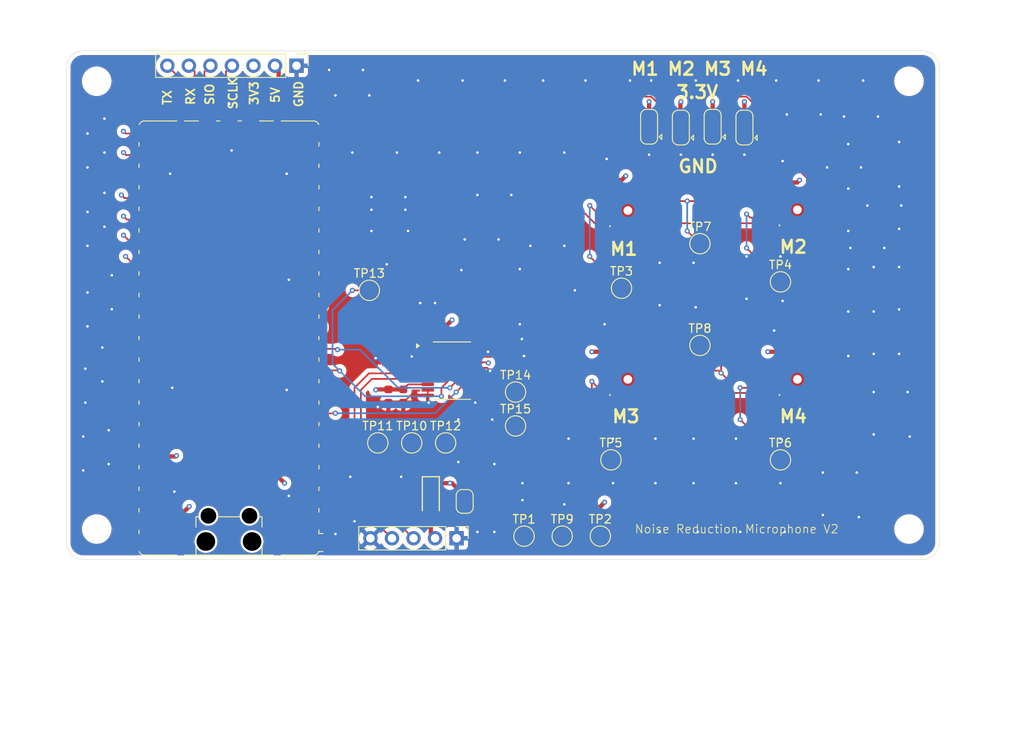
<source format=kicad_pcb>
(kicad_pcb (version 20241229) (generator "pcbnew") (generator_version "9.0")
  (layers (0 "F.Cu" signal) (4 "In1.Cu" signal) (6 "In2.Cu" signal) (2 "B.Cu" signal) (13 "F.Paste" user) (15 "B.Paste" user) (5 "F.SilkS" user "F.Silkscreen") (7 "B.SilkS" user "B.Silkscreen") (1 "F.Mask" user) (3 "B.Mask" user) (25 "Edge.Cuts" user))
  (net 0 "")
  (net 1 "AUDIO_R")
  (net 2 "AUDIO_GND")
  (net 3 "Net-(U1-LDOO)")
  (net 4 "Net-(U1-CAPM)")
  (net 5 "Net-(U1-CAPP)")
  (net 6 "Net-(U1-VNEG)")
  (net 7 "AUDIO_L")
  (net 8 "+3.3V")
  (net 9 "BCLK")
  (net 10 "MIC1_DOUT")
  (net 11 "WS")
  (net 12 "MIC2_DOUT")
  (net 13 "MIC3_DOUT")
  (net 14 "MIC4_DOUT")
  (net 15 "Net-(U1-OUTL)")
  (net 16 "Net-(U1-OUTR)")
  (net 17 "DAC_DIN")
  (net 18 "CLK1")
  (net 19 "CLK2")
  (net 20 "5V_Input")
  (net 40 "Net-(J1-Pin_2)")
  (net 41 "Net-(IC1-SELECT)")
  (net 42 "Net-(IC4-SELECT)")
  (net 43 "UART0_RX")
  (net 44 "UART0_TX")
  (net 45 "SWCLK")
  (net 46 "SWDIO")
  (net 47 "Net-(IC3-SELECT)")
  (net 48 "Net-(IC2-SELECT)")
  (footprint "Connector_PinHeader_2.54mm:PinHeader_1x07_P2.54mm_Vertical" (layer "F.Cu") (at 98.16 75.75 -90)
    (property "Reference" "J2" (hide yes))
    (property "Value" "Debug Header" (hide yes))
  )
  (footprint "PCM_JLCPCB:C_0603" (layer "F.Cu") (at 155.25 88.72 90)
    (property "Reference" "C15" (hide yes))
    (property "Value" "100nF" (hide yes))
  )
  (footprint "Samacsys:MMICT390200012" (layer "F.Cu") (at 156.54 112.75)
    (property "Reference" "IC4" (hide yes))
    (property "Value" "MMICT3902-00-012" (hide yes))
  )
  (footprint "TestPoint:TestPoint_Pad_D2.0mm" (layer "F.Cu") (at 111.75 120.25)
    (property "Reference" "TP10")
    (property "Value" "AUDIO_R" (hide yes))
  )
  (footprint "TestPoint:TestPoint_Pad_D2.0mm" (layer "F.Cu") (at 125 131.25)
    (property "Reference" "TP1")
    (property "Value" "5V" (hide yes))
  )
  (footprint "PCM_JLCPCB:C_0603" (layer "F.Cu") (at 110.75 114.72 -90)
    (property "Reference" "C3" (hide yes))
    (property "Value" "10uF" (hide yes))
  )
  (footprint "PCM_JLCPCB:C_0603" (layer "F.Cu") (at 114.5 105.75 90)
    (property "Reference" "C4" (hide yes))
    (property "Value" "100nF" (hide yes))
  )
  (footprint "PCM_JLCPCB:R_0603" (layer "F.Cu") (at 109 126.18 -90)
    (property "Reference" "R2" (hide yes))
    (property "Value" "470Ω" (hide yes))
  )
  (footprint "PCM_JLCPCB:C_0603" (layer "F.Cu") (at 109.75 108.22 -90)
    (property "Reference" "C8" (hide yes))
    (property "Value" "2.2uF" (hide yes))
  )
  (footprint "PCM_JLCPCB:C_0603" (layer "F.Cu") (at 135 88.47 90)
    (property "Reference" "C14" (hide yes))
    (property "Value" "100nF" (hide yes))
  )
  (footprint "Connector_PinHeader_2.54mm:PinHeader_1x05_P2.54mm_Vertical" (layer "F.Cu") (at 117.04 131.5 -90)
    (property "Reference" "J1" (hide yes))
    (property "Value" "Power/Audio" (hide yes))
  )
  (footprint "TestPoint:TestPoint_Pad_D2.0mm" (layer "F.Cu") (at 134 131.25)
    (property "Reference" "TP2")
    (property "Value" "3V" (hide yes))
  )
  (footprint "Jumper:SolderJumper-3_P1.3mm_Open_RoundedPad1.0x1.5mm" (layer "F.Cu") (at 151 83.05 90)
    (property "Reference" "JP5" (hide yes))
    (property "Value" "MIC4 Select" (hide yes))
  )
  (footprint "Module:RaspberryPi_Pico_SMD_HandSolder" (layer "F.Cu") (at 90.19 107.88 180)
    (property "Reference" "A1" (hide yes))
    (property "Value" "RaspberryPi_Pico" (hide yes))
  )
  (footprint "Samacsys:MMICT390200012" (layer "F.Cu") (at 136.542 92.837)
    (property "Reference" "IC1" (hide yes))
    (property "Value" "MMICT3902-00-012" (hide yes))
  )
  (footprint "TestPoint:TestPoint_Pad_D2.0mm" (layer "F.Cu") (at 145.75 96.75)
    (property "Reference" "TP7")
    (property "Value" "CLK1" (hide yes))
  )
  (footprint "MountingHole:MountingHole_3mm" (layer "F.Cu") (at 74.585786 130.414213)
    (property "Reference" "H2" (hide yes))
    (property "Value" "MountingHole" (hide yes))
  )
  (footprint "TestPoint:TestPoint_Pad_D2.0mm" (layer "F.Cu") (at 145.75 108.75)
    (property "Reference" "TP8")
    (property "Value" "CLK2" (hide yes))
  )
  (footprint "TestPoint:TestPoint_Pad_D2.0mm" (layer "F.Cu") (at 115.75 120.25)
    (property "Reference" "TP12")
    (property "Value" "AUDIO_GND" (hide yes))
  )
  (footprint "PCM_JLCPCB:C_0603" (layer "F.Cu") (at 112.75 105.75 90)
    (property "Reference" "C1" (hide yes))
    (property "Value" "10uF" (hide yes))
  )
  (footprint "TestPoint:TestPoint_Pad_D2.0mm" (layer "F.Cu") (at 135.25 122.25)
    (property "Reference" "TP5")
    (property "Value" "MIC3_OUT" (hide yes))
  )
  (footprint "Package_SO:TSSOP-20_4.4x6.5mm_P0.65mm" (layer "F.Cu") (at 116.5 111.725)
    (property "Reference" "U1" (hide yes))
    (property "Value" "PCM5101A" (hide yes))
  )
  (footprint "Samacsys:MMICT390200012" (layer "F.Cu") (at 136.54 112.75)
    (property "Reference" "IC3" (hide yes))
    (property "Value" "MMICT3902-00-012" (hide yes))
  )
  (footprint "PCM_JLCPCB:C_0603" (layer "F.Cu") (at 122.75 106.25)
    (property "Reference" "C2" (hide yes))
    (property "Value" "10uF" (hide yes))
  )
  (footprint "PCM_JLCPCB:C_0603" (layer "F.Cu") (at 109 114.72 -90)
    (property "Reference" "C6" (hide yes))
    (property "Value" "100nF" (hide yes))
  )
  (footprint "PCM_JLCPCB:C_0603" (layer "F.Cu") (at 111 126.22 90)
    (property "Reference" "C11" (hide yes))
    (property "Value" "2.2nF" (hide yes))
  )
  (footprint "TestPoint:TestPoint_Pad_D2.0mm" (layer "F.Cu") (at 107.75 120.25)
    (property "Reference" "TP11")
    (property "Value" "AUDIO_L" (hide yes))
  )
  (footprint "PCM_JLCPCB:C_0603" (layer "F.Cu") (at 122.53 127)
    (property "Reference" "C12" (hide yes))
    (property "Value" "10uF" (hide yes))
  )
  (footprint "PCM_JLCPCB:C_0603" (layer "F.Cu") (at 122.53 125)
    (property "Reference" "C13" (hide yes))
    (property "Value" "100nF" (hide yes))
  )
  (footprint "MountingHole:MountingHole_3mm" (layer "F.Cu") (at 74.585786 77.585787)
    (property "Reference" "H4" (hide yes))
    (property "Value" "MountingHole" (hide yes))
  )
  (footprint "MountingHole:MountingHole_3mm" (layer "F.Cu") (at 170.414214 77.585787)
    (property "Reference" "H1" (hide yes))
    (property "Value" "MountingHole" (hide yes))
  )
  (footprint "TestPoint:TestPoint_Pad_D2.0mm" (layer "F.Cu") (at 129.5 131.25)
    (property "Reference" "TP9")
    (property "Value" "GND" (hide yes))
  )
  (footprint "Jumper:SolderJumper-3_P1.3mm_Open_RoundedPad1.0x1.5mm" (layer "F.Cu") (at 139.75 82.95 90)
    (property "Reference" "JP2" (hide yes))
    (property "Value" "MIC4 Select" (hide yes))
  )
  (footprint "PCM_JLCPCB:C_0603" (layer "F.Cu") (at 135 108.72 90)
    (property "Reference" "C16" (hide yes))
    (property "Value" "100nF" (hide yes))
  )
  (footprint "TestPoint:TestPoint_Pad_D2.0mm" (layer "F.Cu") (at 136.5 102)
    (property "Reference" "TP3")
    (property "Value" "MIC1_OUT" (hide yes))
  )
  (footprint "Jumper:SolderJumper-3_P1.3mm_Open_RoundedPad1.0x1.5mm" (layer "F.Cu") (at 147.25 82.95 90)
    (property "Reference" "JP4" (hide yes))
    (property "Value" "MIC4 Select" (hide yes))
  )
  (footprint "Jumper:SolderJumper-3_P1.3mm_Open_RoundedPad1.0x1.5mm" (layer "F.Cu") (at 143.5 83.05 90)
    (property "Reference" "JP3" (hide yes))
    (property "Value" "MIC4 Select" (hide yes))
  )
  (footprint "TestPoint:TestPoint_Pad_D2.0mm" (layer "F.Cu") (at 106.75 102.25)
    (property "Reference" "TP13")
    (property "Value" "WS" (hide yes))
  )
  (footprint "PCM_JLCPCB:C_0603" (layer "F.Cu") (at 105 126.22 -90)
    (property "Reference" "C10" (hide yes))
    (property "Value" "2.2nF" (hide yes))
  )
  (footprint "TestPoint:TestPoint_Pad_D2.0mm" (layer "F.Cu") (at 155.25 101.25)
    (property "Reference" "TP4")
    (property "Value" "MIC2_OUT" (hide yes))
  )
  (footprint "PCM_JLCPCB:C_0603" (layer "F.Cu") (at 155.25 108.53 90)
    (property "Reference" "C17" (hide yes))
    (property "Value" "100nF" (hide yes))
  )
  (footprint "PCM_JLCPCB:R_0603" (layer "F.Cu") (at 107 126.18 -90)
    (property "Reference" "R1" (hide yes))
    (property "Value" "470Ω" (hide yes))
  )
  (footprint "PCM_JLCPCB:D_SOD-123" (layer "F.Cu") (at 114 126.6 -90)
    (property "Reference" "D1" (hide yes))
    (property "Value" "B0530W" (hide yes))
  )
  (footprint "TestPoint:TestPoint_Pad_D2.0mm" (layer "F.Cu") (at 124 118.25)
    (property "Reference" "TP15")
    (property "Value" "BCLK" (hide yes))
  )
  (footprint "MountingHole:MountingHole_3mm" (layer "F.Cu") (at 170.414214 130.414214)
    (property "Reference" "H3" (hide yes))
    (property "Value" "MountingHole" (hide yes))
  )
  (footprint "PCM_JLCPCB:C_0603" (layer "F.Cu") (at 122.75 108)
    (property "Reference" "C5" (hide yes))
    (property "Value" "100nF" (hide yes))
  )
  (footprint "PCM_JLCPCB:C_0603" (layer "F.Cu") (at 122.75 110)
    (property "Reference" "C9" (hide yes))
    (property "Value" "100nF" (hide yes))
  )
  (footprint "TestPoint:TestPoint_Pad_D2.0mm" (layer "F.Cu") (at 155.25 122.25)
    (property "Reference" "TP6")
    (property "Value" "MIC4_OUT" (hide yes))
  )
  (footprint "Jumper:SolderJumper-2_P1.3mm_Open_RoundedPad1.0x1.5mm" (layer "F.Cu") (at 118 127.15 90)
    (property "Reference" "JP1" (hide yes))
    (property "Value" "Diode Bypass" (hide yes))
  )
  (footprint "Samacsys:MMICT390200012" (layer "F.Cu") (at 156.54 92.75)
    (property "Reference" "IC2" (hide yes))
    (property "Value" "MMICT3902-00-012" (hide yes))
  )
  (footprint "PCM_JLCPCB:C_0603" (layer "F.Cu") (at 109.47 110.75 180)
    (property "Reference" "C7" (hide yes))
    (property "Value" "2.2uF" (hide yes))
  )
  (footprint "TestPoint:TestPoint_Pad_D2.0mm" (layer "F.Cu") (at 124 114.25)
    (property "Reference" "TP14")
    (property "Value" "DAC_DIN" (hide yes))
  )
  (gr_line (start 172 74) (end 73 74) (stroke (width 0.05)) (layer "Edge.Cuts"))
  (gr_arc (start 174 132) (mid 173.414214 133.414214) (end 172 134) (stroke (width 0.05)) (layer "Edge.Cuts"))
  (gr_line (start 71 76) (end 71 132) (stroke (width 0.05)) (layer "Edge.Cuts"))
  (gr_line (start 174 132) (end 174 76) (stroke (width 0.05)) (layer "Edge.Cuts"))
  (gr_arc (start 73 134) (mid 71.585786 133.414214) (end 71 132) (stroke (width 0.05)) (layer "Edge.Cuts"))
  (gr_line (start 73 134) (end 172 134) (stroke (width 0.05)) (layer "Edge.Cuts"))
  (gr_arc (start 172 74) (mid 173.414214 74.585786) (end 174 76) (stroke (width 0.05)) (layer "Edge.Cuts"))
  (gr_arc (start 71 76) (mid 71.585786 74.585786) (end 73 74) (stroke (width 0.05)) (layer "Edge.Cuts"))
  (gr_text "M2\n" (at 155 98 0) (layer "F.SilkS") (effects (font (size 1.5 1.5) (thickness 0.3) (bold yes)) (justify left bottom)))
  (gr_text "GND" (at 143.05 88.5 0) (layer "F.SilkS") (effects (font (size 1.5 1.5) (thickness 0.3) (bold yes)) (justify left bottom)))
  (gr_text "M1 M2 M3 M4" (at 137.5 77 0) (layer "F.SilkS") (effects (font (size 1.5 1.5) (thickness 0.3) (bold yes)) (justify left bottom)))
  (gr_text "GND\n" (at 99 80.75 90) (layer "F.SilkS") (effects (font (size 1 1) (thickness 0.2) (bold yes)) (justify left bottom)))
  (gr_text "Noise Reduction Microphone V2\n" (at 138 131 0) (layer "F.SilkS") (effects (font (size 1 1) (thickness 0.1)) (justify left bottom)))
  (gr_text "M1" (at 135 98.25 0) (layer "F.SilkS") (effects (font (size 1.5 1.5) (thickness 0.3) (bold yes)) (justify left bottom)))
  (gr_text "TX" (at 83.5 80.5 90) (layer "F.SilkS") (effects (font (size 1 1) (thickness 0.2) (bold yes)) (justify left bottom)))
  (gr_text "3V3" (at 93.75 80.5 90) (layer "F.SilkS") (effects (font (size 1 1) (thickness 0.2) (bold yes)) (justify left bottom)))
  (gr_text "5V" (at 96.25 80.25 90) (layer "F.SilkS") (effects (font (size 1 1) (thickness 0.2) (bold yes)) (justify left bottom)))
  (gr_text "M3" (at 135.25 118 0) (layer "F.SilkS") (effects (font (size 1.5 1.5) (thickness 0.3) (bold yes)) (justify left bottom)))
  (gr_text "SCLK\n" (at 91.25 81 90) (layer "F.SilkS") (effects (font (size 1 1) (thickness 0.2) (bold yes)) (justify left bottom)))
  (gr_text "M4" (at 155 118 0) (layer "F.SilkS") (effects (font (size 1.5 1.5) (thickness 0.3) (bold yes)) (justify left bottom)))
  (gr_text "SIO" (at 88.5 80.5 90) (layer "F.SilkS") (effects (font (size 1 1) (thickness 0.2) (bold yes)) (justify left bottom)))
  (gr_text "3.3V\n" (at 142.8 79.75 0) (layer "F.SilkS") (effects (font (size 1.5 1.5) (thickness 0.3) (bold yes)) (justify left bottom)))
  (gr_text "RX" (at 86.25 80.5 90) (layer "F.SilkS") (effects (font (size 1 1) (thickness 0.2) (bold yes)) (justify left bottom)))
  (segment (start 111 130.58) (end 111 127) (width 0.2) (layer "F.Cu") (net 1))
  (segment (start 111.75 120.25) (end 112.75 121.25) (width 0.2) (layer "F.Cu") (net 1))
  (segment (start 111.92 131.5) (end 111 130.58) (width 0.2) (layer "F.Cu") (net 1))
  (segment (start 111 127) (end 109 127) (width 0.2) (layer "F.Cu") (net 1))
  (segment (start 112.75 121.25) (end 112.75 125.25) (width 0.2) (layer "F.Cu") (net 1))
  (segment (start 112.75 125.25) (end 111 127) (width 0.2) (layer "F.Cu") (net 1))
  (segment (start 97.23 114.23) (end 97 114) (width 0.5) (layer "F.Cu") (net 2))
  (segment (start 109 115.5) (end 108.25 115.5) (width 0.5) (layer "F.Cu") (net 2))
  (segment (start 80.5 88.83) (end 82.92 88.83) (width 0.5) (layer "F.Cu") (net 2))
  (segment (start 155.25 107.94) (end 155.25 107.75) (width 0.5) (layer "F.Cu") (net 2))
  (segment (start 139.75 84.3) (end 139.75 86.25) (width 0.5) (layer "F.Cu") (net 2))
  (segment (start 111.6 114.65) (end 110.75 115.5) (width 0.2) (layer "F.Cu") (net 2))
  (segment (start 129.5 127.75) (end 129.75 127.5) (width 0.5) (layer "F.Cu") (net 2))
  (segment (start 90.19 85.44) (end 90.5 85.75) (width 0.5) (layer "F.Cu") (net 2))
  (segment (start 143.45 86.2) (end 143.5 86.25) (width 0.5) (layer "F.Cu") (net 2))
  (segment (start 97.78 101.53) (end 97.25 101) (width 0.5) (layer "F.Cu") (net 2))
  (segment (start 147.25 84.3) (end 147.25 86.25) (width 0.5) (layer "F.Cu") (net 2))
  (segment (start 80.5 114.23) (end 83.02 114.23) (width 0.5) (layer "F.Cu") (net 2))
  (segment (start 135 107.94) (end 135 106.75) (width 0.5) (layer "F.Cu") (net 2))
  (segment (start 129.5 131.25) (end 129.5 127.75) (width 0.5) (layer "F.Cu") (net 2))
  (segment (start 99.88 101.53) (end 97.78 101.53) (width 0.5) (layer "F.Cu") (net 2))
  (segment (start 119.3625 109.45) (end 120.7 109.45) (width 0.2) (layer "F.Cu") (net 2))
  (segment (start 123.53 108) (end 124.75 108) (width 0.5) (layer "F.Cu") (net 2))
  (segment (start 108 110.75) (end 107.5 110.25) (width 0.2) (layer "F.Cu") (net 2))
  (segment (start 123.31 127) (end 124.81 127) (width 0.5) (layer "F.Cu") (net 2))
  (segment (start 114.5 104.97) (end 114.5 103.75) (width 0.5) (layer "F.Cu") (net 2))
  (segment (start 99.88 88.83) (end 97.33 88.83) (width 0.5) (layer "F.Cu") (net 2))
  (segment (start 143.45 84.3) (end 143.45 86.2) (width 0.5) (layer "F.Cu") (net 2))
  (segment (start 123.31 125) (end 124.81 125) (width 0.5) (layer "F.Cu") (net 2))
  (segment (start 82.82 126.93) (end 83.75 126) (width 0.5) (layer "F.Cu") (net 2))
  (segment (start 109 115.5) (end 110.75 115.5) (width 0.5) (layer "F.Cu") (net 2))
  (segment (start 155.25 87.25) (end 155.5 87) (width 0.5) (layer "F.Cu") (net 2))
  (segment (start 111.799192 110.1) (end 111.749093 110.049901) (width 0.2) (layer "F.Cu") (net 2))
  (segment (start 90.19 83.98) (end 90.19 80.31) (width 0.5) (layer "F.Cu") (net 2))
  (segment (start 108.25 115.5) (end 107.75 116) (width 0.5) (layer "F.Cu") (net 2))
  (segment (start 155.25 107.75) (end 154.5 107) (width 0.5) (layer "F.Cu") (net 2))
  (segment (start 82.92 88.83) (end 83.25 88.5) (width 0.5) (layer "F.Cu") (net 2))
  (segment (start 123.53 106.25) (end 123.53 108) (width 0.5) (layer "F.Cu") (net 2))
  (segment (start 135 87) (end 134.75 86.75) (width 0.5) (layer "F.Cu") (net 2))
  (segment (start 97.68 126.93) (end 97.25 126.5) (width 0.5) (layer "F.Cu") (net 2))
  (segment (start 105 125.44) (end 105 124.75) (width 0.5) (layer "F.Cu") (net 2))
  (segment (start 135 87.69) (end 135 87) (width 0.5) (layer "F.Cu") (net 2))
  (segment (start 119.3625 114) (end 119.3625 114.65) (width 0.2) (layer "F.Cu") (net 2))
  (segment (start 119.3625 114.65) (end 119.3625 115.3875) (width 0.2) (layer "F.Cu") (net 2))
  (segment (start 105 124.75) (end 104.5 124.25) (width 0.5) (layer "F.Cu") (net 2))
  (segment (start 113.6375 114) (end 113.6375 114.65) (width 0.2) (layer "F.Cu") (net 2))
  (segment (start 119.5 130.75) (end 118.75 131.5) (width 0.5) (layer "F.Cu") (net 2))
  (segment (start 113.6375 114.65) (end 111.6 114.65) (width 0.2) (layer "F.Cu") (net 2))
  (segment (start 112.75 104.97) (end 114.5 104.97) (width 0.5) (layer "F.Cu") (net 2))
  (segment (start 113.6375 114.65) (end 113.6375 115.3875) (width 0.2) (layer "F.Cu") (net 2))
  (segment (start 90.19 80.31) (end 90.25 80.25) (width 0.5) (layer "F.Cu") (net 2))
  (segment (start 123.53 110) (end 125 110) (width 0.5) (layer "F.Cu") (net 2))
  (segment (start 119.3625 115.3875) (end 119.25 115.5) (width 0.2) (layer "F.Cu") (net 2))
  (segment (start 135 106.75) (end 134.5 106.25) (width 0.5) (layer "F.Cu") (net 2))
  (segment (start 120.7 109.45) (end 120.75 109.5) (width 0.2) (layer "F.Cu") (net 2))
  (segment (start 111 124.75) (end 110.5 124.25) (width 0.5) (layer "F.Cu") (net 2))
  (segment (start 112.75 104.97) (end 112.75 103.75) (width 0.5) (layer "F.Cu") (net 2))
  (segment (start 83.02 114.23) (end 83.5 113.75) (width 0.5) (layer "F.Cu") (net 2))
  (segment (start 99.88 114.23) (end 97.23 114.23) (width 0.5) (layer "F.Cu") (net 2))
  (segment (start 99.88 126.93) (end 97.68 126.93) (width 0.5) (layer "F.Cu") (net 2))
  (segment (start 113.6375 110.1) (end 111.799192 110.1) (width 0.2) (layer "F.Cu") (net 2))
  (segment (start 151 84.25) (end 151 86.25) (width 0.5) (layer "F.Cu") (net 2))
  (segment (start 90.19 83.98) (end 90.19 85.44) (width 0.5) (layer "F.Cu") (net 2))
  (segment (start 108.69 110.75) (end 108 110.75) (width 0.2) (layer "F.Cu") (net 2))
  (segment (start 123.53 106.25) (end 124.5 106.25) (width 0.5) (layer "F.Cu") (net 2))
  (segment (start 97.33 88.83) (end 97 88.5) (width 0.5) (layer "F.Cu") (net 2))
  (segment (start 121.5 130.75) (end 119.5 130.75) (width 0.5) (layer "F.Cu") (net 2))
  (segment (start 113.6375 115.3875) (end 113.75 115.5) (width 0.2) (layer "F.Cu") (net 2))
  (segment (start 111 125.44) (end 111 124.75) (width 0.5) (layer "F.Cu") (net 2))
  (segment (start 123.31 127) (end 123.31 125) (width 0.5) (layer "F.Cu") (net 2))
  (segment (start 123.53 108) (end 123.53 110) (width 0.5) (layer "F.Cu") (net 2))
  (segment (start 118.75 131.5) (end 117 131.5) (width 0.5) (layer "F.Cu") (net 2))
  (segment (start 119.3625 111.4) (end 120.65 111.4) (width 0.2) (layer "F.Cu") (net 2))
  (segment (start 80.5 126.93) (end 82.82 126.93) (width 0.5) (layer "F.Cu") (net 2))
  (segment (start 155.25 87.97) (end 155.25 87.25) (width 0.5) (layer "F.Cu") (net 2))
  (segment (start 120.65 111.4) (end 121 111.75) (width 0.2) (layer "F.Cu") (net 2))
  (via (at 117.606933 99.861562) (size 0.6) (drill 0.3) (layers "F.Cu" "B.Cu") (net 2))
  (via (at 140 77.5) (size 0.6) (drill 0.3) (layers "F.Cu" "B.Cu") (net 2))
  (via (at 129.75 127.5) (size 0.6) (drill 0.3) (layers "F.Cu" "B.Cu") (net 2))
  (via (at 124.81 125) (size 0.6) (drill 0.3) (layers "F.Cu" "B.Cu") (net 2))
  (via (at 117.25 117.5) (size 0.6) (drill 0.3) (layers "F.Cu" "B.Cu") (net 2))
  (via (at 155.25 125) (size 0.6) (drill 0.3) (layers "F.Cu" "B.Cu") (net 2))
  (via (at 125 110) (size 0.6) (drill 0.3) (layers "F.Cu" "B.Cu") (net 2))
  (via (at 76.368114 104.473913) (size 0.6) (drill 0.3) (layers "F.Cu" "B.Cu") (net 2))
  (via (at 73.5 97) (size 0.6) (drill 0.3) (layers "F.Cu" "B.Cu") (net 2))
  (via (at 125.75 97) (size 0.6) (drill 0.3) (layers "F.Cu" "B.Cu") (net 2))
  (via (at 73.25 111.5) (size 0.6) (drill 0.3) (layers "F.Cu" "B.Cu") (net 2))
  (via (at 141 130.75) (size 0.6) (drill 0.3) (layers "F.Cu" "B.Cu") (net 2))
  (via (at 122.75 77.5) (size 0.6) (drill 0.3) (layers "F.Cu" "B.Cu") (net 2))
  (via (at 163.5 97.25) (size 0.6) (drill 0.3) (layers "F.Cu" "B.Cu") (net 2))
  (via (at 130.25 119.75) (size 0.6) (drill 0.3) (layers "F.Cu" "B.Cu") (net 2))
  (via (at 73 119.5) (size 0.6) (drill 0.3) (layers "F.Cu" "B.Cu") (net 2))
  (via (at 118 96.25) (size 0.6) (drill 0.3) (layers "F.Cu" "B.Cu") (net 2))
  (via (at 143.5 86.25) (size 0.6) (drill 0.3) (layers "F.Cu" "B.Cu") (net 2))
  (via (at 164.75 87.75) (size 0.6) (drill 0.3) (layers "F.Cu" "B.Cu") (net 2))
  (via (at 124.81 127) (size 0.6) (drill 0.3) (layers "F.Cu" "B.Cu") (net 2))
  (via (at 159.75 77.5) (size 0.6) (drill 0.3) (layers "F.Cu" "B.Cu") (net 2))
  (via (at 169.25 99.5) (size 0.6) (drill 0.3) (layers "F.Cu" "B.Cu") (net 2))
  (via (at 134.75 86.75) (size 0.6) (drill 0.3) (layers "F.Cu" "B.Cu") (net 2))
  (via (at 73.5 106.5) (size 0.6) (drill 0.3) (layers "F.Cu" "B.Cu") (net 2))
  (via (at 163.25 85) (size 0.6) (drill 0.3) (layers "F.Cu" "B.Cu") (net 2))
  (via (at 150.5 130.75) (size 0.6) (drill 0.3) (layers "F.Cu" "B.Cu") (net 2))
  (via (at 107 92.75) (size 0.6) (drill 0.3) (layers "F.Cu" "B.Cu") (net 2))
  (via (at 73 123.5) (size 0.6) (drill 0.3) (layers "F.Cu" "B.Cu") (net 2))
  (via (at 97.25 101) (size 0.6) (drill 0.3) (layers "F.Cu" "B.Cu") (net 2))
  (via (at 160 81.5) (size 0.6) (drill 0.3) (layers "F.Cu" "B.Cu") (net 2))
  (via (at 156 81.5) (size 0.6) (drill 0.3) (layers "F.Cu" "B.Cu") (net 2))
  (via (at 107.5 110.25) (size 0.6) (drill 0.3) (layers "F.Cu" "B.Cu") (net 2))
  (via (at 107 91.25) (size 0.6) (drill 0.3) (layers "F.Cu" "B.Cu") (net 2))
  (via (at 119.25 115.5) (size 0.6) (drill 0.3) (layers "F.Cu" "B.Cu") (net 2))
  (via (at 127.25 77.5) (size 0.6) (drill 0.3) (layers "F.Cu" "B.Cu") (net 2))
  (via (at 150 119.75) (size 0.6) (drill 0.3) (layers "F.Cu" "B.Cu") (net 2))
  (via (at 75.25 113) (size 0.6) (drill 0.3) (layers "F.Cu" "B.Cu") (net 2))
  (via (at 169.25 109.75) (size 0.6) (drill 0.3) (layers "F.Cu" "B.Cu") (net 2))
  (via (at 112.75 103.75) (size 0.6) (drill 0.3) (layers "F.Cu" "B.Cu") (net 2))
  (via (at 110.5 124.25) (size 0.6) (drill 0.3) (layers "F.Cu" "B.Cu") (net 2))
  (via (at 135.5 119.75) (size 0.6) (drill 0.3) (layers "F.Cu" "B.Cu") (net 2))
  (via (at 121 111.75) (size 0.6) (drill 0.3) (layers "F.Cu" "B.Cu") (net 2))
  (via (at 107.75 116) (size 0.6) (drill 0.3) (layers "F.Cu" "B.Cu") (net 2))
  (via (at 107 95.25) (size 0.6) (drill 0.3) (layers "F.Cu" "B.Cu") (net 2))
  (via (at 164.5 129) (size 0.6) (drill 0.3) (layers "F.Cu" "B.Cu") (net 2))
  (via (at 121.5 130.75) (size 0.6) (drill 0.3) (layers "F.Cu" "B.Cu") (net 2))
  (via (at 83.5 113.75) (size 0.6) (drill 0.3) (layers "F.Cu" "B.Cu") (net 2))
  (via (at 124.5 99.75) (size 0.6) (drill 0.3) (layers "F.Cu" "B.Cu") (net 2))
  (via (at 145 119.75) (size 0.6) (drill 0.3) (layers "F.Cu" "B.Cu") (net 2))
  (via (at 145.5 130.75) (size 0.6) (drill 0.3) (layers "F.Cu" "B.Cu") (net 2))
  (via (at 73.25 115.5) (size 0.6) (drill 0.3) (layers "F.Cu" "B.Cu") (net 2))
  (via (at 75.5 90.75) (size 0.6) (drill 0.3) (layers "F.Cu" "B.Cu") (net 2))
  (via (at 151.25 103.25) (size 0.6) (drill 0.3) (layers "F.Cu" "B.Cu") (net 2))
  (via (at 150 125) (size 0.6) (drill 0.3) (layers "F.Cu" "B.Cu") (net 2))
  (via (at 165 77.5) (size 0.6) (drill 0.3) (layers "F.Cu" "B.Cu") (net 2))
  (via (at 169.25 104.5) (size 0.6) (drill 0.3) (layers "F.Cu" "B.Cu") (net 2))
  (via (at 112.5 77.5) (size 0.6) (drill 0.3) (layers "F.Cu" "B.Cu") (net 2))
  (via (at 102 76.25) (size 0.6) (drill 0.3) (layers "F.Cu" "B.Cu") (net 2))
  (via (at 151.25 98.25) (size 0.6) (drill 0.3) (layers "F.Cu" "B.Cu") (net 2))
  (via (at 164.25 123.75) (size 0.6) (drill 0.3) (layers "F.Cu" "B.Cu") (net 2))
  (via (at 139.75 86.25) (size 0.6) (drill 0.3) (layers "F.Cu" "B.Cu") (net 2))
  (via (at 124.75 108) (size 0.6) (drill 0.3) (layers "F.Cu" "B.Cu") (net 2))
  (via (at 102.75 131) (size 0.6) (drill 0.3) (layers "F.Cu" "B.Cu") (net 2))
  (via (at 73.5 83.75) (size 0.6) (drill 0.3) (layers "F.Cu" "B.Cu") (net 2))
  (via (at 166.25 109.75) (size 0.6) (drill 0.3) (layers "F.Cu" "B.Cu") (net 2))
  (via (at 123.5 91) (size 0.6) (drill 0.3) (layers "F.Cu" "B.Cu") (net 2))
  (via (at 169.25 95) (size 0.6) (drill 0.3) (layers "F.Cu" "B.Cu") (net 2))
  (via (at 169.5 92.25) (size 0.6) (drill 0.3) (layers "F.Cu" "B.Cu") (net 2))
  (via (at 76 122.75) (size 0.6) (drill 0.3) (layers "F.Cu" "B.Cu") (net 2))
  (via (at 140.5 125) (size 0.6) (drill 0.3) (layers "F.Cu" "B.Cu") (net 2))
  (via (at 166.25 104.75) (size 0.6) (drill 0.3) (layers "F.Cu" "B.Cu") (net 2))
  (via (at 111 91.25) (size 0.6) (drill 0.3) (layers "F.Cu" "B.Cu") (net 2))
  (via (at 137.5 77.5) (size 0.6) (drill 0.3) (layers "F.Cu" "B.Cu") (net 2))
  (via (at 104.5 124.25) (size 0.6) (drill 0.3) (layers "F.Cu" "B.Cu") (net 2))
  (via (at 120.75 109.5) (size 0.6) (drill 0.3) (layers "F.Cu" "B.Cu") (net 2))
  (via (at 111.316264 95.25) (size 0.6) (drill 0.3) (layers "F.Cu" "B.Cu") (net 2))
  (via (at 163.25 99.75) (size 0.6) (drill 0.3) (layers "F.Cu" "B.Cu") (net 2))
  (via (at 124.5 86) (size 0.6) (drill 0.3) (layers "F.Cu" "B.Cu") (net 2))
  (via (at 160.25 128.75) (size 0.6) (drill 0.3) (layers "F.Cu" "B.Cu") (net 2))
  (via (at 160.25 123.75) (size 0.6) (drill 0.3) (layers "F.Cu" "B.Cu") (net 2))
  (via (at 111.749093 110.049901) (size 0.6) (drill 0.3) (layers "F.Cu" "B.Cu") (net 2))
  (via (at 150.25 77.5) (size 0.6) (drill 0.3) (layers "F.Cu" "B.Cu") (net 2))
  (via (at 97 114) (size 0.6) (drill 0.3) (layers "F.Cu" "B.Cu") (net 2))
  (via (at 73.5 102.5) (size 0.6) (drill 0.3) (layers "F.Cu" "B.Cu") (net 2))
  (via (at 141 104) (size 0.6) (drill 0.3) (layers "F.Cu" "B.Cu") (net 2))
  (via (at 102.75 79.25) (size 0.6) (drill 0.3) (layers "F.Cu" "B.Cu") (net 2))
  (via (at 140.5 119.75) (size 0.6) (drill 0.3) (layers "F.Cu" "B.Cu") (net 2))
  (via (at 134.5 106.25) (size 0.6) (drill 0.3) (layers "F.Cu" "B.Cu") (net 2))
  (via (at 119.5 91) (size 0.6) (drill 0.3) (layers "F.Cu" "B.Cu") (net 2))
  (via (at 141 99) (size 0.6) (drill 0.3) (layers "F.Cu" "B.Cu") (net 2))
  (via (at 97 88.5) (size 0.6) (drill 0.3) (layers "F.Cu" "B.Cu") (net 2))
  (via (at 90.5 85.75) (size 0.6) (drill 0.3) (layers "F.Cu" "B.Cu") (net 2))
  (via (at 145.25 104.25) (size 0.6) (drill 0.3) (layers "F.Cu" "B.Cu") (net 2))
  (via (at 145.25 77.5) (size 0.6) (drill 0.3) (layers "F.Cu" "B.Cu") (net 2))
  (via (at 97.25 126.5) (size 0.6) (drill 0.3) (layers "F.Cu" "B.Cu") (net 2))
  (via (at 165.5 92.25) (size 0.6) (drill 0.3) (layers "F.Cu" "B.Cu") (net 2))
  (via (at 119.5 86) (size 0.6) (drill 0.3) (layers "F.Cu" "B.Cu") (net 2))
  (via (at 90.25 80.25) (size 0.6) (drill 0.3) (layers "F.Cu" "B.Cu") (net 2))
  (via (at 151 86.25) (size 0.6) (drill 0.3) (layers "F.Cu" "B.Cu") (net 2))
  (via (at 75.25 109) (size 0.6) (drill 0.3) (layers "F.Cu" "B.Cu") (net 2))
  (via (at 155.25 119.75) (size 0.6) (drill 0.3) (layers "F.Cu" "B.Cu") (net 2))
  (via (at 147.25 86.25) (size 0.6) (drill 0.3) (layers "F.Cu" "B.Cu") (net 2))
  (via (at 108.80375 99.184394) (size 0.6) (drill 0.3) (layers "F.Cu" "B.Cu") (net 2))
  (via (at 130.25 125) (size 0.6) (drill 0.3) (layers "F.Cu" "B.Cu") (net 2))
  (via (at 121.25 117.5) (size 0.6) (drill 0.3) (layers "F.Cu" "B.Cu") (net 2))
  (via (at 163.25 95.25) (size 0.6) (drill 0.3) (layers "F.Cu" "B.Cu") (net 2))
  (via (at 166.75 81.75) (size 0.6) (drill 0.3) (layers "F.Cu" "B.Cu") (net 2))
  (via (at 129.75 86) (size 0.6) (drill 0.3) (layers "F.Cu" "B.Cu") (net 2))
  (via (at 135.5 125) (size 0.6) (drill 0.3) (layers "F.Cu" "B.Cu") (net 2))
  (via (at 170.25 114.25) (size 0.6) (drill 0.3) (layers "F.Cu" "B.Cu") (net 2))
  (via (at 145 125) (size 0.6) (drill 0.3) (layers "F.Cu" "B.Cu") (net 2))
  (via (at 145 99) (size 0.6) (drill 0.3) (layers "F.Cu" "B.Cu") (net 2))
  (via (at 132.25 77.5) (size 0.6) (drill 0.3) (layers "F.Cu" "B.Cu") (net 2))
  (via (at 160.75 87.75) (size 0.6) (drill 0.3) (layers "F.Cu" "B.Cu") (net 2))
  (via (at 104.75 86) (size 0.6) (drill 0.3) (layers "F.Cu" "B.Cu") (net 2))
  (via (at 76.368114 100.473913) (size 0.6) (drill 0.3) (layers "F.Cu" "B.Cu") (net 2))
  (via (at 121.5 122.75) (size 0.6) (drill 0.3) (layers "F.Cu" "B.Cu") (net 2))
  (via (at 155.75 130.75) (size 0.6) (drill 0.3) (layers "F.Cu" "B.Cu") (net 2))
  (via (at 166.25 114.25) (size 0.6) (drill 0.3) (layers "F.Cu" "B.Cu") (net 2))
  (via (at 73.5 93) (size 0.6) (drill 0.3) (layers "F.Cu" "B.Cu") (net 2))
  (via (at 119.5 130.75) (size 0.6) (drill 0.3) (layers "F.Cu" "B.Cu") (net 2))
  (via (at 76 118.75) (size 0.6) (drill 0.3) (layers "F.Cu" "B.Cu") (net 2))
  (via (at 131 102.25) (size 0.6) (drill 0.3) (layers "F.Cu" "B.Cu") (net 2))
  (via (at 163.25 104.75) (size 0.6) (drill 0.3) (layers "F.Cu" "B.Cu") (net 2))
  (via (at 75.5 86) (size 0.6) (drill 0.3) (layers "F.Cu" "B.Cu") (net 2))
  (via (at 166.25 119.25) (size 0.6) (drill 0.3) (layers "F.Cu" "B.Cu") (net 2))
  (via (at 117.25 122.5) (size 0.6) (drill 0.3) (layers "F.Cu" "B.Cu") (net 2))
  (via (at 154.5 107) (size 0.6) (drill 0.3) (layers "F.Cu" "B.Cu") (net 2))
  (via (at 115 86) (size 0.6) (drill 0.3) (layers "F.Cu" "B.Cu") (net 2))
  (via (at 111 92.75) (size 0.6) (drill 0.3) (layers "F.Cu" "B.Cu") (net 2))
  (via (at 106 76.25) (size 0.6) (drill 0.3) (layers "F.Cu" "B.Cu") (net 2))
  (via (at 166.25 99.5) (size 0.6) (drill 0.3) (layers "F.Cu" "B.Cu") (net 2))
  (via (at 114.5 103.75) (size 0.6) (drill 0.3) (layers "F.Cu" "B.Cu") (net 2))
  (via (at 75.5 94.75) (size 0.6) (drill 0.3) (layers "F.Cu" "B.Cu") (net 2))
  (via (at 155.5 103.5) (size 0.6) (drill 0.3) (layers "F.Cu" "B.Cu") (net 2))
  (via (at 163.25 110) (size 0.6) (drill 0.3) (layers "F.Cu" "B.Cu") (net 2))
  (via (at 154.75 77.5) (size 0.6) (drill 0.3) (layers "F.Cu" "B.Cu") (net 2))
  (via (at 105 129.5) (size 0.6) (drill 0.3) (layers "F.Cu" "B.Cu") (net 2))
  (via (at 75.5 82) (size 0.6) (drill 0.3) (layers "F.Cu" "B.Cu") (net 2))
  (via (at 117.75 77.5) (size 0.6) (drill 0.3) (layers "F.Cu" "B.Cu") (net 2))
  (via (at 167.5 97.25) (size 0.6) (drill 0.3) (layers "F.Cu" "B.Cu") (net 2))
  (via (at 155.25 98.25) (size 0.6) (drill 0.3) (layers "F.Cu" "B.Cu") (net 2))
  (via (at 106.75 79.25) (size 0.6) (drill 0.3) (layers "F.Cu" "B.Cu") (net 2))
  (via (at 73.5 87.75) (size 0.6) (drill 0.3) (layers "F.Cu" "B.Cu") (net 2))
  (via (at 83.25 88.5) (size 0.6) (drill 0.3) (layers "F.Cu" "B.Cu") (net 2))
  (via (at 155.5 87) (size 0.6) (drill 0.3) (layers "F.Cu" "B.Cu") (net 2))
  (via (at 170.5 119.5) (size 0.6) (drill 0.3) (layers "F.Cu" "B.Cu") (net 2))
  (via (at 122 96.25) (size 0.6) (drill 0.3) (layers "F.Cu" "B.Cu") (net 2))
  (via (at 110 86) (size 0.6) (drill 0.3) (layers "F.Cu" "B.Cu") (net 2))
  (via (at 124.5 106.25) (size 0.6) (drill 0.3) (layers "F.Cu" "B.Cu") (net 2))
  (via (at 129.75 97) (size 0.6) (drill 0.3) (layers "F.Cu" "B.Cu") (net 2))
  (via (at 169.25 90) (size 0.6) (drill 0.3) (layers "F.Cu" "B.Cu") (net 2))
  (via (at 162.75 81.75) (size 0.6) (drill 0.3) (layers "F.Cu" "B.Cu") (net 2))
  (via (at 169.25 84.75) (size 0.6) (drill 0.3) (layers "F.Cu" "B.Cu") (net 2))
  (via (at 83.75 126) (size 0.6) (drill 0.3) (layers "F.Cu" "B.Cu") (net 2))
  (via (at 163.25 90.25) (size 0.6) (drill 0.3) (layers "F.Cu" "B.Cu") (net 2))
  (via (at 113.75 115.5) (size 0.6) (drill 0.3) (layers "F.Cu" "B.Cu") (net 2))
  (segment (start 119.3625 110.1) (end 121.87 110.1) (width 0.2) (layer "F.Cu") (net 3))
  (segment (start 121.87 110.1) (end 121.97 110) (width 0.2) (layer "F.Cu") (net 3))
  (segment (start 109.75 109) (end 111.5 110.75) (width 0.2) (layer "F.Cu") (net 4))
  (segment (start 111.5 110.75) (end 113.6375 110.75) (width 0.2) (layer "F.Cu") (net 4))
  (segment (start 109.75 107.44) (end 111.76 109.45) (width 0.2) (layer "F.Cu") (net 5))
  (segment (start 111.76 109.45) (end 113.6375 109.45) (width 0.2) (layer "F.Cu") (net 5))
  (segment (start 110.9 111.4) (end 113.6375 111.4) (width 0.2) (layer "F.Cu") (net 6))
  (segment (start 110.25 110.75) (end 110.9 111.4) (width 0.2) (layer "F.Cu") (net 6))
  (segment (start 109.776 122.276) (end 109.776 125.773064) (width 0.2) (layer "F.Cu") (net 7))
  (segment (start 109.250064 126.299) (end 107.701 126.299) (width 0.2) (layer "F.Cu") (net 7))
  (segment (start 107.701 126.299) (end 107 127) (width 0.2) (layer "F.Cu") (net 7))
  (segment (start 109.38 131.5) (end 107 129.12) (width 0.2) (layer "F.Cu") (net 7))
  (segment (start 107 129.12) (end 107 127) (width 0.2) (layer "F.Cu") (net 7))
  (segment (start 109.776 125.773064) (end 109.250064 126.299) (width 0.2) (layer "F.Cu") (net 7))
  (segment (start 107 127) (end 105 127) (width 0.2) (layer "F.Cu") (net 7))
  (segment (start 107.75 120.25) (end 109.776 122.276) (width 0.2) (layer "F.Cu") (net 7))
  (segment (start 109 113.94) (end 110.75 113.94) (width 0.5) (layer "F.Cu") (net 8))
  (segment (start 143.45 80.2) (end 143.45 81.7) (width 0.5) (layer "F.Cu") (net 8))
  (segment (start 120.722294 110.75) (end 120.788497 110.816203) (width 0.2) (layer "F.Cu") (net 8))
  (segment (start 151 80) (end 151 81.65) (width 0.5) (layer "F.Cu") (net 8))
  (segment (start 114.5 106.53) (end 115.72 106.53) (width 0.5) (layer "F.Cu") (net 8))
  (segment (start 155.25 91.928) (end 155.178 92) (width 0.5) (layer "F.Cu") (net 8))
  (segment (start 135 89.25) (end 136.5 89.25) (width 0.5) (layer "F.Cu") (net 8))
  (segment (start 118.324 110.36887) (end 118.324 109.026) (width 0.2) (layer "F.Cu") (net 8))
  (segment (start 83.9 121.85) (end 84 121.75) (width 0.5) (layer "F.Cu") (net 8))
  (segment (start 107.56 113.94) (end 107.5 114) (width 0.5) (layer "F.Cu") (net 8))
  (segment (start 118.55 108.8) (end 119.3625 108.8) (width 0.2) (layer "F.Cu") (net 8))
  (segment (start 135 109.5) (end 135 111.822) (width 0.5) (layer "F.Cu") (net 8))
  (segment (start 118.70513 110.75) (end 118.324 110.36887) (width 0.2) (layer "F.Cu") (net 8))
  (segment (start 114.5 106.53) (end 112.75 106.53) (width 0.5) (layer "F.Cu") (net 8))
  (segment (start 143.5 80.15) (end 143.45 80.2) (width 0.5) (layer "F.Cu") (net 8))
  (segment (start 157.22 89.53) (end 157.5 89.25) (width 0.5) (layer "F.Cu") (net 8))
  (segment (start 155.25 111.928) (end 155.178 112) (width 0.5) (layer "F.Cu") (net 8))
  (segment (start 134 131.25) (end 134 127.75) (width 0.5) (layer "F.Cu") (net 8))
  (segment (start 135 89.25) (end 135 91.822) (width 0.5) (layer "F.Cu") (net 8))
  (segment (start 155.25 89.53) (end 155.25 91.928) (width 0.5) (layer "F.Cu") (net 8))
  (segment (start 119.3625 108.8) (end 121.17 108.8) (width 0.2) (layer "F.Cu") (net 8))
  (segment (start 155.25 109.5) (end 155.25 111.928) (width 0.5) (layer "F.Cu") (net 8))
  (segment (start 143.5 80) (end 143.5 80.15) (width 0.5) (layer "F.Cu") (net 8))
  (segment (start 80.5 121.85) (end 83.9 121.85) (width 0.5) (layer "F.Cu") (net 8))
  (segment (start 135 111.822) (end 135.178 112) (width 0.5) (layer "F.Cu") (net 8))
  (segment (start 135 109.5) (end 133 109.5) (width 0.5) (layer "F.Cu") (net 8))
  (segment (start 118.324 109.026) (end 118.55 108.8) (width 0.2) (layer "F.Cu") (net 8))
  (segment (start 134 127.75) (end 134.5 127.25) (width 0.5) (layer "F.Cu") (net 8))
  (segment (start 111.34 113.35) (end 110.75 113.94) (width 0.2) (layer "F.Cu") (net 8))
  (segment (start 113.6375 108.8) (end 112.75 107.9125) (width 0.2) (layer "F.Cu") (net 8))
  (segment (start 135 91.822) (end 135.178 92) (width 0.5) (layer "F.Cu") (net 8))
  (segment (start 115.72 106.53) (end 116.5 105.75) (width 0.5) (layer "F.Cu") (net 8))
  (segment (start 155.25 89.53) (end 157.22 89.53) (width 0.5) (layer "F.Cu") (net 8))
  (segment (start 151.05 81.65) (end 151 81.7) (width 0.5) (layer "F.Cu") (net 8))
  (segment (start 139.75 81.7) (end 139.75 80) (width 0.5) (layer "F.Cu") (net 8))
  (segment (start 113.6375 113.35) (end 111.34 113.35) (width 0.2) (layer "F.Cu") (net 8))
  (segment (start 136.5 89.25) (end 137 88.75) (width 0.5) (layer "F.Cu") (net 8))
  (segment (start 121.97 106.25) (end 121.97 108) (width 0.5) (layer "F.Cu") (net 8))
  (segment (start 155.25 109.5) (end 153.75 109.5) (width 0.5) (layer "F.Cu") (net 8))
  (segment (start 121.17 108.8) (end 121.97 108) (width 0.2) (layer "F.Cu") (net 8))
  (segment (start 119.3625 110.75) (end 120.722294 110.75) (width 0.2) (layer "F.Cu") (net 8))
  (segment (start 147.25 80) (end 147.25 81.7) (width 0.5) (layer "F.Cu") (net 8))
  (segment (start 109 113.94) (end 107.56 113.94) (width 0.5) (layer "F.Cu") (net 8))
  (segment (start 112.75 107.9125) (end 112.75 106.53) (width 0.2) (layer "F.Cu") (net 8))
  (segment (start 119.3625 110.75) (end 118.70513 110.75) (width 0.2) (layer "F.Cu") (net 8))
  (via (at 137 88.75) (size 0.6) (drill 0.3) (layers "F.Cu" "B.Cu") (net 8))
  (via (at 84 121.75) (size 0.6) (drill 0.3) (layers "F.Cu" "B.Cu") (net 8))
  (via (at 153.75 109.5) (size 0.6) (drill 0.3) (layers "F.Cu" "B.Cu") (net 8))
  (via (at 151 80) (size 0.6) (drill 0.3) (layers "F.Cu" "B.Cu") (net 8))
  (via (at 134.5 127.25) (size 0.6) (drill 0.3) (layers "F.Cu" "B.Cu") (net 8))
  (via (at 143.5 80) (size 0.6) (drill 0.3) (layers "F.Cu" "B.Cu") (net 8))
  (via (at 133 109.5) (size 0.6) (drill 0.3) (layers "F.Cu" "B.Cu") (net 8))
  (via (at 157.5 89.25) (size 0.6) (drill 0.3) (layers "F.Cu" "B.Cu") (net 8))
  (via (at 147.25 80) (size 0.6) (drill 0.3) (layers "F.Cu" "B.Cu") (net 8))
  (via (at 139.75 80) (size 0.6) (drill 0.3) (layers "F.Cu" "B.Cu") (net 8))
  (via (at 107.5 114) (size 0.6) (drill 0.3) (layers "F.Cu" "B.Cu") (net 8))
  (via (at 116.5 105.75) (size 0.6) (drill 0.3) (layers "F.Cu" "B.Cu") (net 8))
  (via (at 120.788497 110.816203) (size 0.6) (drill 0.3) (layers "F.Cu" "B.Cu") (net 8))
  (segment (start 102.75 116.75) (end 102.73 116.77) (width 0.2) (layer "F.Cu") (net 9))
  (segment (start 119.3625 113.35) (end 117.9 113.35) (width 0.2) (layer "F.Cu") (net 9))
  (segment (start 102.73 116.77) (end 99.88 116.77) (width 0.2) (layer "F.Cu") (net 9))
  (segment (start 121.5 115.75) (end 124 118.25) (width 0.2) (layer "F.Cu") (net 9))
  (segment (start 120.099999 113.35) (end 121.5 114.750001) (width 0.2) (layer "F.Cu") (net 9))
  (segment (start 121.5 114.750001) (end 121.5 115.75) (width 0.2) (layer "F.Cu") (net 9))
  (segment (start 117.9 113.35) (end 117 114.25) (width 0.2) (layer "F.Cu") (net 9))
  (segment (start 119.3625 113.35) (end 120.099999 113.35) (width 0.2) (layer "F.Cu") (net 9))
  (via (at 117 114.25) (size 0.6) (drill 0.3) (layers "F.Cu" "B.Cu") (net 9))
  (via (at 102.75 116.75) (size 0.6) (drill 0.3) (layers "F.Cu" "B.Cu") (net 9))
  (segment (start 117 114.25) (end 114.5 116.75) (width 0.2) (layer "B.Cu") (net 9))
  (segment (start 114.5 116.75) (end 102.75 116.75) (width 0.2) (layer "B.Cu") (net 9))
  (segment (start 134.175 93.675) (end 135.178 93.675) (width 0.2) (layer "F.Cu") (net 10))
  (segment (start 132.75 92.25) (end 134.175 93.675) (width 0.2) (layer "F.Cu") (net 10))
  (segment (start 136.5 102) (end 132.75 98.25) (width 0.2) (layer "F.Cu") (net 10))
  (segment (start 80.5 86.29) (end 78.04 86.29) (width 0.2) (layer "F.Cu") (net 10))
  (segment (start 78.04 86.29) (end 77.75 86) (width 0.2) (layer "F.Cu") (net 10))
  (via (at 132.75 92.25) (size 0.6) (drill 0.3) (layers "F.Cu" "B.Cu") (net 10))
  (via (at 132.75 98.25) (size 0.6) (drill 0.3) (layers "F.Cu" "B.Cu") (net 10))
  (via (at 77.75 86) (size 0.6) (drill 0.3) (layers "F.Cu" "B.Cu") (net 10))
  (segment (start 132.75 92.25) (end 132.75 98.25) (width 0.2) (layer "B.Cu") (net 10))
  (segment (start 116.95 112.05) (end 115.25 113.75) (width 0.2) (layer "F.Cu") (net 11))
  (segment (start 103.25 111.75) (end 103.19 111.69) (width 0.2) (layer "F.Cu") (net 11))
  (segment (start 106.75 102.25) (end 104.75 102.25) (width 0.2) (layer "F.Cu") (net 11))
  (segment (start 115.25 113.75) (end 115.25 114.75) (width 0.2) (layer "F.Cu") (net 11))
  (segment (start 103.19 111.69) (end 99.88 111.69) (width 0.2) (layer "F.Cu") (net 11))
  (segment (start 119.3625 112.05) (end 116.95 112.05) (width 0.2) (layer "F.Cu") (net 11))
  (via (at 104.75 102.25) (size 0.6) (drill 0.3) (layers "F.Cu" "B.Cu") (net 11))
  (via (at 115.25 114.75) (size 0.6) (drill 0.3) (layers "F.Cu" "B.Cu") (net 11))
  (via (at 103.25 111.75) (size 0.6) (drill 0.3) (layers "F.Cu" "B.Cu") (net 11))
  (segment (start 103.25 111.75) (end 102.399 110.899) (width 0.2) (layer "B.Cu") (net 11))
  (segment (start 115.25 114.75) (end 106.25 114.75) (width 0.2) (layer "B.Cu") (net 11))
  (segment (start 102.399 110.899) (end 102.399 104.601) (width 0.2) (layer "B.Cu") (net 11))
  (segment (start 106.25 114.75) (end 103.25 111.75) (width 0.2) (layer "B.Cu") (net 11))
  (segment (start 102.399 104.601) (end 104.75 102.25) (width 0.2) (layer "B.Cu") (net 11))
  (segment (start 151.25 93.25) (end 151.675 93.675) (width 0.2) (layer "F.Cu") (net 12))
  (segment (start 155.25 101.25) (end 151.25 97.25) (width 0.2) (layer "F.Cu") (net 12))
  (segment (start 77.87 91.37) (end 77.5 91) (width 0.2) (layer "F.Cu") (net 12))
  (segment (start 151.675 93.675) (end 155.178 93.675) (width 0.2) (layer "F.Cu") (net 12))
  (segment (start 80.5 91.37) (end 77.87 91.37) (width 0.2) (layer "F.Cu") (net 12))
  (via (at 151.25 93.25) (size 0.6) (drill 0.3) (layers "F.Cu" "B.Cu") (net 12))
  (via (at 151.25 97.25) (size 0.6) (drill 0.3) (layers "F.Cu" "B.Cu") (net 12))
  (via (at 77.5 91) (size 0.6) (drill 0.3) (layers "F.Cu" "B.Cu") (net 12))
  (segment (start 151.25 93.25) (end 151.25 97.25) (width 0.2) (layer "B.Cu") (net 12))
  (segment (start 133 120) (end 135.25 122.25) (width 0.2) (layer "F.Cu") (net 13))
  (segment (start 133 113) (end 133.675 113.675) (width 0.2) (layer "F.Cu") (net 13))
  (segment (start 80.5 96.45) (end 78.45 96.45) (width 0.2) (layer "F.Cu") (net 13))
  (segment (start 133 113) (end 133 120) (width 0.2) (layer "F.Cu") (net 13))
  (segment (start 133.675 113.675) (end 135.178 113.675) (width 0.2) (layer "F.Cu") (net 13))
  (segment (start 78.45 96.45) (end 77.75 95.75) (width 0.2) (layer "F.Cu") (net 13))
  (via (at 77.75 95.75) (size 0.6) (drill 0.3) (layers "F.Cu" "B.Cu") (net 13))
  (via (at 133 113) (size 0.6) (drill 0.3) (layers "F.Cu" "B.Cu") (net 13))
  (segment (start 151.25 113.75) (end 151.325 113.675) (width 0.2) (layer "F.Cu") (net 14))
  (segment (start 80.5 98.99) (end 78.74 98.99) (width 0.2) (layer "F.Cu") (net 14))
  (segment (start 78.74 98.99) (end 78 98.25) (width 0.2) (layer "F.Cu") (net 14))
  (segment (start 150.5 113.75) (end 151.25 113.75) (width 0.2) (layer "F.Cu") (net 14))
  (segment (start 151.325 113.675) (end 155.178 113.675) (width 0.2) (layer "F.Cu") (net 14))
  (segment (start 155.25 122.25) (end 150.5 117.5) (width 0.2) (layer "F.Cu") (net 14))
  (via (at 150.5 113.75) (size 0.6) (drill 0.3) (layers "F.Cu" "B.Cu") (net 14))
  (via (at 150.5 117.5) (size 0.6) (drill 0.3) (layers "F.Cu" "B.Cu") (net 14))
  (via (at 78 98.25) (size 0.6) (drill 0.3) (layers "F.Cu" "B.Cu") (net 14))
  (segment (start 150.5 117.5) (end 150.5 113.75) (width 0.2) (layer "B.Cu") (net 14))
  (segment (start 113.6375 112.05) (end 106.7 112.05) (width 0.2) (layer "F.Cu") (net 15))
  (segment (start 105 113.75) (end 105 122.5) (width 0.2) (layer "F.Cu") (net 15))
  (segment (start 107 124.5) (end 107 125.36) (width 0.2) (layer "F.Cu") (net 15))
  (segment (start 106.7 112.05) (end 105 113.75) (width 0.2) (layer "F.Cu") (net 15))
  (segment (start 105 122.5) (end 107 124.5) (width 0.2) (layer "F.Cu") (net 15))
  (segment (start 108.75 124.25) (end 109 124.5) (width 0.2) (layer "F.Cu") (net 16))
  (segment (start 105.75 114) (end 105.75 122.5) (width 0.2) (layer "F.Cu") (net 16))
  (segment (start 113.6375 112.7) (end 107.05 112.7) (width 0.2) (layer "F.Cu") (net 16))
  (segment (start 107.05 112.7) (end 105.75 114) (width 0.2) (layer "F.Cu") (net 16))
  (segment (start 105.75 122.5) (end 107.5 124.25) (width 0.2) (layer "F.Cu") (net 16))
  (segment (start 107.5 124.25) (end 108.75 124.25) (width 0.2) (layer "F.Cu") (net 16))
  (segment (start 109 124.5) (end 109 125.36) (width 0.2) (layer "F.Cu") (net 16))
  (segment (start 103 109.25) (end 102.9 109.15) (width 0.2) (layer "F.Cu") (net 17))
  (segment (start 102.9 109.15) (end 99.88 109.15) (width 0.2) (layer "F.Cu") (net 17))
  (segment (start 119.3625 112.7) (end 117.3 112.7) (width 0.2) (layer "F.Cu") (net 17))
  (segment (start 119.3625 112.7) (end 120.45 112.7) (width 0.2) (layer "F.Cu") (net 17))
  (segment (start 120.45 112.7) (end 122 114.25) (width 0.2) (layer "F.Cu") (net 17))
  (segment (start 117.3 112.7) (end 116.25 113.75) (width 0.2) (layer "F.Cu") (net 17))
  (segment (start 122 114.25) (end 124 114.25) (width 0.2) (layer "F.Cu") (net 17))
  (via (at 103 109.25) (size 0.6) (drill 0.3) (layers "F.Cu" "B.Cu") (net 17))
  (via (at 116.25 113.75) (size 0.6) (drill 0.3) (layers "F.Cu" "B.Cu") (net 17))
  (segment (start 105.650057 109.25) (end 103 109.25) (width 0.2) (layer "B.Cu") (net 17))
  (segment (start 110.150057 113.75) (end 105.650057 109.25) (width 0.2) (layer "B.Cu") (net 17))
  (segment (start 116.25 113.75) (end 110.150057 113.75) (width 0.2) (layer "B.Cu") (net 17))
  (segment (start 136 92) (end 136.2765 91.7235) (width 0.2) (layer "F.Cu") (net 18))
  (segment (start 154.616 92.6635) (end 155.74 92.6635) (width 0.2) (layer "F.Cu") (net 18))
  (segment (start 145.75 96.75) (end 144.25 95.25) (width 0.2) (layer "F.Cu") (net 18))
  (segment (start 78 83.75) (end 77.75 83.5) (width 0.2) (layer "F.Cu") (net 18))
  (segment (start 153.676 91.7235) (end 154.616 92.6635) (width 0.2) (layer "F.Cu") (net 18))
  (segment (start 80.5 83.75) (end 78 83.75) (width 0.2) (layer "F.Cu") (net 18))
  (segment (start 156 92.4035) (end 156 92) (width 0.2) (layer "F.Cu") (net 18))
  (segment (start 155.74 92.6635) (end 156 92.4035) (width 0.2) (layer "F.Cu") (net 18))
  (segment (start 136.2765 91.7235) (end 144.25 91.7235) (width 0.2) (layer "F.Cu") (net 18))
  (segment (start 144.25 91.7235) (end 153.676 91.7235) (width 0.2) (layer "F.Cu") (net 18))
  (via (at 144.25 91.7235) (size 0.6) (drill 0.3) (layers "F.Cu" "B.Cu") (net 18))
  (via (at 77.75 83.5) (size 0.6) (drill 0.3) (layers "F.Cu" "B.Cu") (net 18))
  (via (at 144.25 95.25) (size 0.6) (drill 0.3) (layers "F.Cu" "B.Cu") (net 18))
  (segment (start 144.25 91.7235) (end 144.25 95.25) (width 0.2) (layer "B.Cu") (net 18))
  (segment (start 148.25 112) (end 148.9135 112.6635) (width 0.2) (layer "F.Cu") (net 19))
  (segment (start 80.5 93.91) (end 78.16 93.91) (width 0.2) (layer "F.Cu") (net 19))
  (segment (start 78.16 93.91) (end 77.75 93.5) (width 0.2) (layer "F.Cu") (net 19))
  (segment (start 136 112) (end 137 111) (width 0.2) (layer "F.Cu") (net 19))
  (segment (start 137 111) (end 138 111) (width 0.2) (layer "F.Cu") (net 19))
  (segment (start 148.25 111.25) (end 148.25 112) (width 0.2) (layer "F.Cu") (net 19))
  (segment (start 148.9135 112.6635) (end 155.74 112.6635) (width 0.2) (layer "F.Cu") (net 19))
  (segment (start 138.7235 111.7235) (end 147.9735 111.7235) (width 0.2) (layer "F.Cu") (net 19))
  (segment (start 155.74 112.6635) (end 156 112.4035) (width 0.2) (layer "F.Cu") (net 19))
  (segment (start 147.9735 111.7235) (end 148.25 112) (width 0.2) (layer "F.Cu") (net 19))
  (segment (start 156 112.4035) (end 156 112) (width 0.2) (layer "F.Cu") (net 19))
  (segment (start 138 111) (end 138.7235 111.7235) (width 0.2) (layer "F.Cu") (net 19))
  (segment (start 145.75 108.75) (end 148.25 111.25) (width 0.2) (layer "F.Cu") (net 19))
  (via (at 77.75 93.5) (size 0.6) (drill 0.3) (layers "F.Cu" "B.Cu") (net 19))
  (via (at 148.25 112) (size 0.6) (drill 0.3) (layers "F.Cu" "B.Cu") (net 19))
  (segment (start 122 129) (end 122.75 129) (width 0.5) (layer "F.Cu") (net 20))
  (segment (start 80.5 129.47) (end 83.78 129.47) (width 0.5) (layer "F.Cu") (net 20))
  (segment (start 121.75 127) (end 121.75 125) (width 0.5) (layer "F.Cu") (net 20))
  (segment (start 121.75 125) (end 119.56 125) (width 0.5) (layer "F.Cu") (net 20))
  (segment (start 122 127.25) (end 121.75 127) (width 0.5) (layer "F.Cu") (net 20))
  (segment (start 118 126.5) (end 118.06 126.5) (width 0.5) (layer "F.Cu") (net 20))
  (segment (start 116.25 125) (end 114 125) (width 0.5) (layer "F.Cu") (net 20))
  (segment (start 95.62 75.75) (end 96.051 76.181) (width 0.5) (layer "F.Cu") (net 20))
  (segment (start 83.78 129.47) (end 85.5 127.75) (width 0.5) (layer "F.Cu") (net 20))
  (segment (start 96.051 76.181) (end 96.051 124.301) (width 0.5) (layer "F.Cu") (net 20))
  (segment (start 122 129) (end 122 127.25) (width 0.5) (layer "F.Cu") (net 20))
  (segment (start 116.25 125) (end 116.5 125) (width 0.5) (layer "F.Cu") (net 20))
  (segment (start 122.75 129) (end 125 131.25) (width 0.5) (layer "F.Cu") (net 20))
  (segment (start 118.06 126.5) (end 119.56 125) (width 0.5) (layer "F.Cu") (net 20))
  (segment (start 96.051 124.301) (end 96.75 125) (width 0.5) (layer "F.Cu") (net 20))
  (segment (start 116.5 125) (end 118 126.5) (width 0.5) (layer "F.Cu") (net 20))
  (via (at 96.75 125) (size 0.6) (drill 0.3) (layers "F.Cu" "B.Cu") (net 20))
  (via (at 85.5 127.75) (size 0.6) (drill 0.3) (layers "F.Cu" "B.Cu") (net 20))
  (via (at 116.25 125) (size 0.6) (drill 0.3) (layers "F.Cu" "B.Cu") (net 20))
  (segment (start 114.5 127.8) (end 114 128.3) (width 0.5) (layer "F.Cu") (net 40))
  (segment (start 114 131.04) (end 114.46 131.5) (width 0.5) (layer "F.Cu") (net 40))
  (segment (start 114 128.3) (end 114 131.04) (width 0.5) (layer "F.Cu") (net 40))
  (segment (start 118 127.8) (end 114.5 127.8) (width 0.5) (layer "F.Cu") (net 40))
  (segment (start 135.74 93.0115) (end 134.964 93.0115) (width 0.2) (layer "F.Cu") (net 41))
  (segment (start 136 93.2715) (end 135.74 93.0115) (width 0.2) (layer "F.Cu") (net 41))
  (segment (start 135.25 83) (end 139.75 83) (width 0.2) (layer "F.Cu") (net 41))
  (segment (start 134.964 93.0115) (end 133.5 91.5475) (width 0.2) (layer "F.Cu") (net 41))
  (segment (start 133.5 91.5475) (end 133.5 84.75) (width 0.2) (layer "F.Cu") (net 41))
  (segment (start 136 93.675) (end 136 93.2715) (width 0.2) (layer "F.Cu") (net 41))
  (segment (start 133.5 84.75) (end 135.25 83) (width 0.2) (layer "F.Cu") (net 41))
  (segment (start 158.3655 89.015557) (end 152.299943 82.95) (width 0.2) (layer "F.Cu") (net 42))
  (segment (start 152.299943 82.95) (end 151 82.95) (width 0.2) (layer "F.Cu") (net 42))
  (segment (start 156.2755 113.9505) (end 157.713227 113.9505) (width 0.2) (layer "F.Cu") (net 42))
  (segment (start 157.713227 113.9505) (end 158.3655 113.298227) (width 0.2) (layer "F.Cu") (net 42))
  (segment (start 158.3655 113.298227) (end 158.3655 89.015557) (width 0.2) (layer "F.Cu") (net 42))
  (segment (start 156 113.675) (end 156.2755 113.9505) (width 0.2) (layer "F.Cu") (net 42))
  (segment (start 86.139 107.514982) (end 86.139 76.429) (width 0.2) (layer "F.Cu") (net 43))
  (segment (start 86.139 76.429) (end 85.46 75.75) (width 0.2) (layer "F.Cu") (net 43))
  (segment (start 95.5 116.875982) (end 86.139 107.514982) (width 0.2) (layer "F.Cu") (net 43))
  (segment (start 99.88 129.47) (end 98.22 129.47) (width 0.2) (layer "F.Cu") (net 43))
  (segment (start 98.22 129.47) (end 95.5 126.75) (width 0.2) (layer "F.Cu") (net 43))
  (segment (start 95.5 126.75) (end 95.5 116.875982) (width 0.2) (layer "F.Cu") (net 43))
  (segment (start 94.75 128.25) (end 98.51 132.01) (width 0.2) (layer "F.Cu") (net 44))
  (segment (start 84.75 77) (end 84.17 77) (width 0.2) (layer "F.Cu") (net 44))
  (segment (start 84.17 77) (end 82.92 75.75) (width 0.2) (layer "F.Cu") (net 44))
  (segment (start 98.51 132.01) (end 99.88 132.01) (width 0.2) (layer "F.Cu") (net 44))
  (segment (start 84.75 106.693082) (end 94.75 116.693082) (width 0.2) (layer "F.Cu") (net 44))
  (segment (start 94.75 116.693082) (end 94.75 128.25) (width 0.2) (layer "F.Cu") (net 44))
  (segment (start 84.75 77) (end 84.75 106.693082) (width 0.2) (layer "F.Cu") (net 44))
  (segment (start 92.73 79.9) (end 92.73 83.98) (width 0.2) (layer "F.Cu") (net 45))
  (segment (start 89.83 76.46) (end 90.54 75.75) (width 0.2) (layer "F.Cu") (net 45))
  (segment (start 89.83 77) (end 89.83 76.46) (width 0.2) (layer "F.Cu") (net 45))
  (segment (start 89.83 77) (end 92.73 79.9) (width 0.2) (layer "F.Cu") (net 45))
  (segment (start 87.29 76.46) (end 88 75.75) (width 0.2) (layer "F.Cu") (net 46))
  (segment (start 87.29 83.62) (end 87.29 76.46) (width 0.2) (layer "F.Cu") (net 46))
  (segment (start 87.65 83.98) (end 87.29 83.62) (width 0.2) (layer "F.Cu") (net 46))
  (segment (start 158.7665 113.464327) (end 158.7665 86.916557) (width 0.2) (layer "F.Cu") (net 47))
  (segment (start 158.7665 86.916557) (end 151.248943 79.399) (width 0.2) (layer "F.Cu") (net 47))
  (segment (start 150.407 79.399) (end 148.306 81.5) (width 0.2) (layer "F.Cu") (net 47))
  (segment (start 136.6765 114.3515) (end 157.879327 114.3515) (width 0.2) (layer "F.Cu") (net 47))
  (segment (start 157.879327 114.3515) (end 158.7665 113.464327) (width 0.2) (layer "F.Cu") (net 47))
  (segment (start 148.306 81.5) (end 148.306 82.894) (width 0.2) (layer "F.Cu") (net 47))
  (segment (start 148.2 83) (end 147.25 83) (width 0.2) (layer "F.Cu") (net 47))
  (segment (start 136 113.675) (end 136.6765 114.3515) (width 0.2) (layer "F.Cu") (net 47))
  (segment (start 151.248943 79.399) (end 150.407 79.399) (width 0.2) (layer "F.Cu") (net 47))
  (segment (start 148.306 82.894) (end 148.2 83) (width 0.2) (layer "F.Cu") (net 47))
  (segment (start 142.394 82.606) (end 142.788 83) (width 0.2) (layer "F.Cu") (net 48))
  (segment (start 156 94.226) (end 155.8875 94.3385) (width 0.2) (layer "F.Cu") (net 48))
  (segment (start 131.5 86.1829) (end 138.2839 79.399) (width 0.2) (layer "F.Cu") (net 48))
  (segment (start 138.2839 79.399) (end 139.998943 79.399) (width 0.2) (layer "F.Cu") (net 48))
  (segment (start 133.3385 94.3385) (end 131.5 92.5) (width 0.2) (layer "F.Cu") (net 48))
  (segment (start 155.8875 94.3385) (end 133.3385 94.3385) (width 0.2) (layer "F.Cu") (net 48))
  (segment (start 139.998943 79.399) (end 142.394 81.794057) (width 0.2) (layer "F.Cu") (net 48))
  (segment (start 142.394 81.794057) (end 142.394 82.606) (width 0.2) (layer "F.Cu") (net 48))
  (segment (start 142.788 83) (end 143.45 83) (width 0.2) (layer "F.Cu") (net 48))
  (segment (start 156 93.675) (end 156 94.226) (width 0.2) (layer "F.Cu") (net 48))
  (segment (start 131.5 92.5) (end 131.5 86.1829) (width 0.2) (layer "F.Cu") (net 48))
  (zone (net 2) (net_name "AUDIO_GND") (layers "F.Cu" "B.Cu" "In1.Cu") (connect_pads (clearance 0.5)) (min_thickness 0.25) (fill yes (thermal_gap 0.5) (thermal_bridge_width 0.5))
    (polygon (pts (xy 65 69) (xy 183 68) (xy 184 142) (xy 66 144)))
  )
)
</source>
